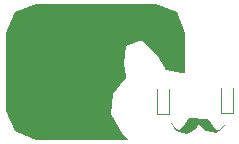
<source format=gto>
G04 #@! TF.FileFunction,Legend,Top*
%FSLAX46Y46*%
G04 Gerber Fmt 4.6, Leading zero omitted, Abs format (unit mm)*
G04 Created by KiCad (PCBNEW 4.0.4-stable) date 08/29/17 21:10:05*
%MOMM*%
%LPD*%
G01*
G04 APERTURE LIST*
%ADD10C,0.100000*%
%ADD11C,0.120000*%
G04 APERTURE END LIST*
D10*
G36*
X17095014Y-8103675D02*
X10493452Y-7784146D01*
X10630425Y-6067271D01*
X11610518Y-4839991D01*
X11764072Y-4742806D01*
X11722386Y-4565858D01*
X11558131Y-3499566D01*
X11745407Y-2006086D01*
X13081354Y-1524144D01*
X14394651Y-2781445D01*
X15040970Y-3897759D01*
X15078427Y-3975905D01*
X15155701Y-4015226D01*
X16503968Y-4297572D01*
X16760680Y-4299077D01*
X16760680Y-882188D01*
X16036269Y866445D01*
X14287637Y1590856D01*
X4082137Y1590856D01*
X4082117Y1590891D01*
X2333484Y866480D01*
X1609073Y-882153D01*
X1609073Y-7478895D01*
X2333484Y-9227526D01*
X4082117Y-9951938D01*
X11984945Y-9951938D01*
X11507858Y-9509568D01*
X10493452Y-7784146D01*
X17095014Y-8103675D01*
X16605607Y-8859749D01*
X16223090Y-9124549D01*
X15868820Y-8977963D01*
X15271404Y-8126197D01*
X16014786Y-9163744D01*
X16890070Y-9459902D01*
X17646516Y-8990156D01*
X17959473Y-8568193D01*
X18534989Y-9220612D01*
X19459301Y-9350772D01*
X20579351Y-8180700D01*
X19702573Y-9167478D01*
X19399695Y-9105011D01*
X18715295Y-8204093D01*
X17095014Y-8103675D01*
X17095014Y-8103675D01*
G37*
D11*
X19817260Y-7684040D02*
X20817260Y-7684040D01*
X20817260Y-7684040D02*
X20817260Y-5584040D01*
X19817260Y-7684040D02*
X19817260Y-5584040D01*
X14407260Y-7716040D02*
X15407260Y-7716040D01*
X15407260Y-7716040D02*
X15407260Y-5616040D01*
X14407260Y-7716040D02*
X14407260Y-5616040D01*
M02*

</source>
